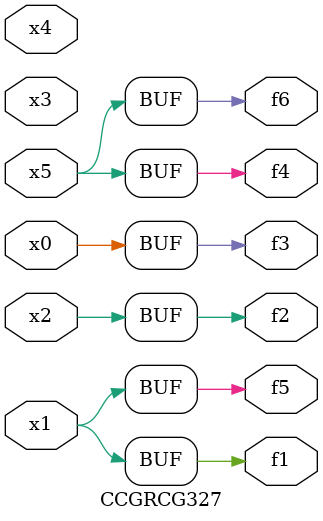
<source format=v>
module CCGRCG327(
	input x0, x1, x2, x3, x4, x5,
	output f1, f2, f3, f4, f5, f6
);
	assign f1 = x1;
	assign f2 = x2;
	assign f3 = x0;
	assign f4 = x5;
	assign f5 = x1;
	assign f6 = x5;
endmodule

</source>
